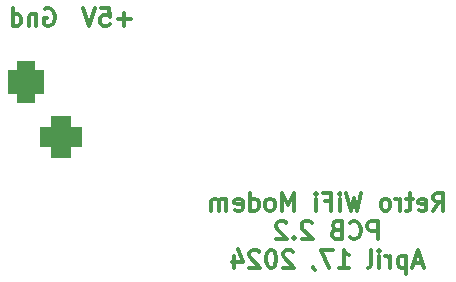
<source format=gbo>
G04 #@! TF.GenerationSoftware,KiCad,Pcbnew,6.0.8+dfsg-1~bpo11+1+rpt1*
G04 #@! TF.CreationDate,2024-04-17T15:14:35-06:00*
G04 #@! TF.ProjectId,RetroWiFiModem,52657472-6f57-4694-9669-4d6f64656d2e,0.3*
G04 #@! TF.SameCoordinates,Original*
G04 #@! TF.FileFunction,Legend,Bot*
G04 #@! TF.FilePolarity,Positive*
%FSLAX46Y46*%
G04 Gerber Fmt 4.6, Leading zero omitted, Abs format (unit mm)*
G04 Created by KiCad (PCBNEW 6.0.8+dfsg-1~bpo11+1+rpt1) date 2024-04-17 15:14:35*
%MOMM*%
%LPD*%
G01*
G04 APERTURE LIST*
G04 Aperture macros list*
%AMRoundRect*
0 Rectangle with rounded corners*
0 $1 Rounding radius*
0 $2 $3 $4 $5 $6 $7 $8 $9 X,Y pos of 4 corners*
0 Add a 4 corners polygon primitive as box body*
4,1,4,$2,$3,$4,$5,$6,$7,$8,$9,$2,$3,0*
0 Add four circle primitives for the rounded corners*
1,1,$1+$1,$2,$3*
1,1,$1+$1,$4,$5*
1,1,$1+$1,$6,$7*
1,1,$1+$1,$8,$9*
0 Add four rect primitives between the rounded corners*
20,1,$1+$1,$2,$3,$4,$5,0*
20,1,$1+$1,$4,$5,$6,$7,0*
20,1,$1+$1,$6,$7,$8,$9,0*
20,1,$1+$1,$8,$9,$2,$3,0*%
G04 Aperture macros list end*
%ADD10C,0.300000*%
%ADD11R,1.300000X1.300000*%
%ADD12C,1.300000*%
%ADD13R,2.000000X2.000000*%
%ADD14C,2.000000*%
%ADD15R,1.727200X1.727200*%
%ADD16O,1.727200X1.727200*%
%ADD17C,1.397000*%
%ADD18C,1.524000*%
%ADD19R,3.500000X3.500000*%
%ADD20RoundRect,0.750000X-0.750000X-1.000000X0.750000X-1.000000X0.750000X1.000000X-0.750000X1.000000X0*%
%ADD21RoundRect,0.875000X-0.875000X-0.875000X0.875000X-0.875000X0.875000X0.875000X-0.875000X0.875000X0*%
%ADD22C,1.800000*%
%ADD23R,2.400000X1.600000*%
%ADD24O,2.400000X1.600000*%
%ADD25R,1.600000X1.600000*%
%ADD26O,1.600000X1.600000*%
%ADD27R,1.700000X1.700000*%
%ADD28O,1.700000X1.700000*%
%ADD29C,3.200000*%
G04 APERTURE END LIST*
D10*
X115264285Y-116090000D02*
X115407142Y-116018571D01*
X115621428Y-116018571D01*
X115835714Y-116090000D01*
X115978571Y-116232857D01*
X116050000Y-116375714D01*
X116121428Y-116661428D01*
X116121428Y-116875714D01*
X116050000Y-117161428D01*
X115978571Y-117304285D01*
X115835714Y-117447142D01*
X115621428Y-117518571D01*
X115478571Y-117518571D01*
X115264285Y-117447142D01*
X115192857Y-117375714D01*
X115192857Y-116875714D01*
X115478571Y-116875714D01*
X114550000Y-116518571D02*
X114550000Y-117518571D01*
X114550000Y-116661428D02*
X114478571Y-116590000D01*
X114335714Y-116518571D01*
X114121428Y-116518571D01*
X113978571Y-116590000D01*
X113907142Y-116732857D01*
X113907142Y-117518571D01*
X112550000Y-117518571D02*
X112550000Y-116018571D01*
X112550000Y-117447142D02*
X112692857Y-117518571D01*
X112978571Y-117518571D01*
X113121428Y-117447142D01*
X113192857Y-117375714D01*
X113264285Y-117232857D01*
X113264285Y-116804285D01*
X113192857Y-116661428D01*
X113121428Y-116590000D01*
X112978571Y-116518571D01*
X112692857Y-116518571D01*
X112550000Y-116590000D01*
X148156285Y-133137571D02*
X148656285Y-132423285D01*
X149013428Y-133137571D02*
X149013428Y-131637571D01*
X148442000Y-131637571D01*
X148299142Y-131709000D01*
X148227714Y-131780428D01*
X148156285Y-131923285D01*
X148156285Y-132137571D01*
X148227714Y-132280428D01*
X148299142Y-132351857D01*
X148442000Y-132423285D01*
X149013428Y-132423285D01*
X146942000Y-133066142D02*
X147084857Y-133137571D01*
X147370571Y-133137571D01*
X147513428Y-133066142D01*
X147584857Y-132923285D01*
X147584857Y-132351857D01*
X147513428Y-132209000D01*
X147370571Y-132137571D01*
X147084857Y-132137571D01*
X146942000Y-132209000D01*
X146870571Y-132351857D01*
X146870571Y-132494714D01*
X147584857Y-132637571D01*
X146442000Y-132137571D02*
X145870571Y-132137571D01*
X146227714Y-131637571D02*
X146227714Y-132923285D01*
X146156285Y-133066142D01*
X146013428Y-133137571D01*
X145870571Y-133137571D01*
X145370571Y-133137571D02*
X145370571Y-132137571D01*
X145370571Y-132423285D02*
X145299142Y-132280428D01*
X145227714Y-132209000D01*
X145084857Y-132137571D01*
X144942000Y-132137571D01*
X144227714Y-133137571D02*
X144370571Y-133066142D01*
X144442000Y-132994714D01*
X144513428Y-132851857D01*
X144513428Y-132423285D01*
X144442000Y-132280428D01*
X144370571Y-132209000D01*
X144227714Y-132137571D01*
X144013428Y-132137571D01*
X143870571Y-132209000D01*
X143799142Y-132280428D01*
X143727714Y-132423285D01*
X143727714Y-132851857D01*
X143799142Y-132994714D01*
X143870571Y-133066142D01*
X144013428Y-133137571D01*
X144227714Y-133137571D01*
X142084857Y-131637571D02*
X141727714Y-133137571D01*
X141442000Y-132066142D01*
X141156285Y-133137571D01*
X140799142Y-131637571D01*
X140227714Y-133137571D02*
X140227714Y-132137571D01*
X140227714Y-131637571D02*
X140299142Y-131709000D01*
X140227714Y-131780428D01*
X140156285Y-131709000D01*
X140227714Y-131637571D01*
X140227714Y-131780428D01*
X139013428Y-132351857D02*
X139513428Y-132351857D01*
X139513428Y-133137571D02*
X139513428Y-131637571D01*
X138799142Y-131637571D01*
X138227714Y-133137571D02*
X138227714Y-132137571D01*
X138227714Y-131637571D02*
X138299142Y-131709000D01*
X138227714Y-131780428D01*
X138156285Y-131709000D01*
X138227714Y-131637571D01*
X138227714Y-131780428D01*
X136370571Y-133137571D02*
X136370571Y-131637571D01*
X135870571Y-132709000D01*
X135370571Y-131637571D01*
X135370571Y-133137571D01*
X134442000Y-133137571D02*
X134584857Y-133066142D01*
X134656285Y-132994714D01*
X134727714Y-132851857D01*
X134727714Y-132423285D01*
X134656285Y-132280428D01*
X134584857Y-132209000D01*
X134442000Y-132137571D01*
X134227714Y-132137571D01*
X134084857Y-132209000D01*
X134013428Y-132280428D01*
X133942000Y-132423285D01*
X133942000Y-132851857D01*
X134013428Y-132994714D01*
X134084857Y-133066142D01*
X134227714Y-133137571D01*
X134442000Y-133137571D01*
X132656285Y-133137571D02*
X132656285Y-131637571D01*
X132656285Y-133066142D02*
X132799142Y-133137571D01*
X133084857Y-133137571D01*
X133227714Y-133066142D01*
X133299142Y-132994714D01*
X133370571Y-132851857D01*
X133370571Y-132423285D01*
X133299142Y-132280428D01*
X133227714Y-132209000D01*
X133084857Y-132137571D01*
X132799142Y-132137571D01*
X132656285Y-132209000D01*
X131370571Y-133066142D02*
X131513428Y-133137571D01*
X131799142Y-133137571D01*
X131942000Y-133066142D01*
X132013428Y-132923285D01*
X132013428Y-132351857D01*
X131942000Y-132209000D01*
X131799142Y-132137571D01*
X131513428Y-132137571D01*
X131370571Y-132209000D01*
X131299142Y-132351857D01*
X131299142Y-132494714D01*
X132013428Y-132637571D01*
X130656285Y-133137571D02*
X130656285Y-132137571D01*
X130656285Y-132280428D02*
X130584857Y-132209000D01*
X130442000Y-132137571D01*
X130227714Y-132137571D01*
X130084857Y-132209000D01*
X130013428Y-132351857D01*
X130013428Y-133137571D01*
X130013428Y-132351857D02*
X129942000Y-132209000D01*
X129799142Y-132137571D01*
X129584857Y-132137571D01*
X129442000Y-132209000D01*
X129370571Y-132351857D01*
X129370571Y-133137571D01*
X143442000Y-135552571D02*
X143442000Y-134052571D01*
X142870571Y-134052571D01*
X142727714Y-134124000D01*
X142656285Y-134195428D01*
X142584857Y-134338285D01*
X142584857Y-134552571D01*
X142656285Y-134695428D01*
X142727714Y-134766857D01*
X142870571Y-134838285D01*
X143442000Y-134838285D01*
X141084857Y-135409714D02*
X141156285Y-135481142D01*
X141370571Y-135552571D01*
X141513428Y-135552571D01*
X141727714Y-135481142D01*
X141870571Y-135338285D01*
X141942000Y-135195428D01*
X142013428Y-134909714D01*
X142013428Y-134695428D01*
X141942000Y-134409714D01*
X141870571Y-134266857D01*
X141727714Y-134124000D01*
X141513428Y-134052571D01*
X141370571Y-134052571D01*
X141156285Y-134124000D01*
X141084857Y-134195428D01*
X139942000Y-134766857D02*
X139727714Y-134838285D01*
X139656285Y-134909714D01*
X139584857Y-135052571D01*
X139584857Y-135266857D01*
X139656285Y-135409714D01*
X139727714Y-135481142D01*
X139870571Y-135552571D01*
X140442000Y-135552571D01*
X140442000Y-134052571D01*
X139942000Y-134052571D01*
X139799142Y-134124000D01*
X139727714Y-134195428D01*
X139656285Y-134338285D01*
X139656285Y-134481142D01*
X139727714Y-134624000D01*
X139799142Y-134695428D01*
X139942000Y-134766857D01*
X140442000Y-134766857D01*
X137870571Y-134195428D02*
X137799142Y-134124000D01*
X137656285Y-134052571D01*
X137299142Y-134052571D01*
X137156285Y-134124000D01*
X137084857Y-134195428D01*
X137013428Y-134338285D01*
X137013428Y-134481142D01*
X137084857Y-134695428D01*
X137942000Y-135552571D01*
X137013428Y-135552571D01*
X136370571Y-135409714D02*
X136299142Y-135481142D01*
X136370571Y-135552571D01*
X136442000Y-135481142D01*
X136370571Y-135409714D01*
X136370571Y-135552571D01*
X135727714Y-134195428D02*
X135656285Y-134124000D01*
X135513428Y-134052571D01*
X135156285Y-134052571D01*
X135013428Y-134124000D01*
X134942000Y-134195428D01*
X134870571Y-134338285D01*
X134870571Y-134481142D01*
X134942000Y-134695428D01*
X135799142Y-135552571D01*
X134870571Y-135552571D01*
X147227714Y-137539000D02*
X146513428Y-137539000D01*
X147370571Y-137967571D02*
X146870571Y-136467571D01*
X146370571Y-137967571D01*
X145870571Y-136967571D02*
X145870571Y-138467571D01*
X145870571Y-137039000D02*
X145727714Y-136967571D01*
X145442000Y-136967571D01*
X145299142Y-137039000D01*
X145227714Y-137110428D01*
X145156285Y-137253285D01*
X145156285Y-137681857D01*
X145227714Y-137824714D01*
X145299142Y-137896142D01*
X145442000Y-137967571D01*
X145727714Y-137967571D01*
X145870571Y-137896142D01*
X144513428Y-137967571D02*
X144513428Y-136967571D01*
X144513428Y-137253285D02*
X144442000Y-137110428D01*
X144370571Y-137039000D01*
X144227714Y-136967571D01*
X144084857Y-136967571D01*
X143584857Y-137967571D02*
X143584857Y-136967571D01*
X143584857Y-136467571D02*
X143656285Y-136539000D01*
X143584857Y-136610428D01*
X143513428Y-136539000D01*
X143584857Y-136467571D01*
X143584857Y-136610428D01*
X142656285Y-137967571D02*
X142799142Y-137896142D01*
X142870571Y-137753285D01*
X142870571Y-136467571D01*
X140156285Y-137967571D02*
X141013428Y-137967571D01*
X140584857Y-137967571D02*
X140584857Y-136467571D01*
X140727714Y-136681857D01*
X140870571Y-136824714D01*
X141013428Y-136896142D01*
X139656285Y-136467571D02*
X138656285Y-136467571D01*
X139299142Y-137967571D01*
X138013428Y-137896142D02*
X138013428Y-137967571D01*
X138084857Y-138110428D01*
X138156285Y-138181857D01*
X136299142Y-136610428D02*
X136227714Y-136539000D01*
X136084857Y-136467571D01*
X135727714Y-136467571D01*
X135584857Y-136539000D01*
X135513428Y-136610428D01*
X135442000Y-136753285D01*
X135442000Y-136896142D01*
X135513428Y-137110428D01*
X136370571Y-137967571D01*
X135442000Y-137967571D01*
X134513428Y-136467571D02*
X134370571Y-136467571D01*
X134227714Y-136539000D01*
X134156285Y-136610428D01*
X134084857Y-136753285D01*
X134013428Y-137039000D01*
X134013428Y-137396142D01*
X134084857Y-137681857D01*
X134156285Y-137824714D01*
X134227714Y-137896142D01*
X134370571Y-137967571D01*
X134513428Y-137967571D01*
X134656285Y-137896142D01*
X134727714Y-137824714D01*
X134799142Y-137681857D01*
X134870571Y-137396142D01*
X134870571Y-137039000D01*
X134799142Y-136753285D01*
X134727714Y-136610428D01*
X134656285Y-136539000D01*
X134513428Y-136467571D01*
X133442000Y-136610428D02*
X133370571Y-136539000D01*
X133227714Y-136467571D01*
X132870571Y-136467571D01*
X132727714Y-136539000D01*
X132656285Y-136610428D01*
X132584857Y-136753285D01*
X132584857Y-136896142D01*
X132656285Y-137110428D01*
X133513428Y-137967571D01*
X132584857Y-137967571D01*
X131299142Y-136967571D02*
X131299142Y-137967571D01*
X131656285Y-136396142D02*
X132013428Y-137467571D01*
X131084857Y-137467571D01*
X122578571Y-116947142D02*
X121435714Y-116947142D01*
X122007142Y-117518571D02*
X122007142Y-116375714D01*
X120007142Y-116018571D02*
X120721428Y-116018571D01*
X120792857Y-116732857D01*
X120721428Y-116661428D01*
X120578571Y-116590000D01*
X120221428Y-116590000D01*
X120078571Y-116661428D01*
X120007142Y-116732857D01*
X119935714Y-116875714D01*
X119935714Y-117232857D01*
X120007142Y-117375714D01*
X120078571Y-117447142D01*
X120221428Y-117518571D01*
X120578571Y-117518571D01*
X120721428Y-117447142D01*
X120792857Y-117375714D01*
X119507142Y-116018571D02*
X119007142Y-117518571D01*
X118507142Y-116018571D01*
%LPC*%
D11*
X127508000Y-80899000D03*
D12*
X127508000Y-83399000D03*
D11*
X131064000Y-84709000D03*
D12*
X131064000Y-82209000D03*
D11*
X143510000Y-78105000D03*
D12*
X146010000Y-78105000D03*
D11*
X149860000Y-83439000D03*
D12*
X149860000Y-80939000D03*
D11*
X180340000Y-123825000D03*
D12*
X177840000Y-123825000D03*
D11*
X156972000Y-97409000D03*
D12*
X159472000Y-97409000D03*
D13*
X205740000Y-130744000D03*
D14*
X205740000Y-133284000D03*
D13*
X205740000Y-124140000D03*
D14*
X205740000Y-126680000D03*
D13*
X205740000Y-117536000D03*
D14*
X205740000Y-120076000D03*
D13*
X205740000Y-110932000D03*
D14*
X205740000Y-113472000D03*
D13*
X205740000Y-104328000D03*
D14*
X205740000Y-106868000D03*
D13*
X205740000Y-97724000D03*
D14*
X205740000Y-100264000D03*
D13*
X205740000Y-91120000D03*
D14*
X205740000Y-93660000D03*
D13*
X205740000Y-84516000D03*
D14*
X205740000Y-87056000D03*
D15*
X128905000Y-101965000D03*
D16*
X126365000Y-101965000D03*
X128905000Y-99425000D03*
X126365000Y-99425000D03*
X128905000Y-96885000D03*
X126365000Y-96885000D03*
X128905000Y-94345000D03*
X126365000Y-94345000D03*
X128905000Y-91805000D03*
X126365000Y-91805000D03*
D17*
X153035000Y-77978000D03*
X153035000Y-85598000D03*
D11*
X186055000Y-111760000D03*
D12*
X186055000Y-114260000D03*
D18*
X156972000Y-92329000D03*
X159512000Y-92329000D03*
X162052000Y-92329000D03*
D19*
X119665000Y-122232500D03*
D20*
X113665000Y-122232500D03*
D21*
X116665000Y-126932500D03*
D22*
X142240000Y-125730000D03*
X144780000Y-125730000D03*
X147320000Y-125730000D03*
X149860000Y-125730000D03*
X152400000Y-125730000D03*
X154940000Y-125730000D03*
X157480000Y-125730000D03*
X160020000Y-125730000D03*
X160020000Y-102870000D03*
X157480000Y-102870000D03*
X154940000Y-102870000D03*
X152400000Y-102870000D03*
X149860000Y-102870000D03*
X147320000Y-102870000D03*
X144780000Y-102870000D03*
X142240000Y-102870000D03*
D23*
X193103500Y-108585000D03*
D24*
X193103500Y-111125000D03*
X193103500Y-113665000D03*
X193103500Y-116205000D03*
X193103500Y-118745000D03*
X193103500Y-121285000D03*
X193103500Y-123825000D03*
X193103500Y-126365000D03*
X200723500Y-126365000D03*
X200723500Y-123825000D03*
X200723500Y-121285000D03*
X200723500Y-118745000D03*
X200723500Y-116205000D03*
X200723500Y-113665000D03*
X200723500Y-111125000D03*
X200723500Y-108585000D03*
D18*
X170180000Y-90805000D03*
X170180000Y-93345000D03*
X170180000Y-95885000D03*
X170180000Y-98425000D03*
X170180000Y-100965000D03*
X170180000Y-103505000D03*
X170180000Y-106045000D03*
X170180000Y-108585000D03*
X188214000Y-108585000D03*
X188214000Y-106045000D03*
X188214000Y-103505000D03*
X188214000Y-100965000D03*
X188214000Y-98425000D03*
X188214000Y-95885000D03*
X188214000Y-93345000D03*
X188214000Y-90805000D03*
D25*
X184785000Y-87630000D03*
D26*
X177165000Y-87630000D03*
D27*
X175895000Y-83185000D03*
D28*
X173355000Y-83185000D03*
D17*
X164465000Y-89916000D03*
X164465000Y-97536000D03*
X171450000Y-120015000D03*
X171450000Y-112395000D03*
D29*
X159450000Y-85770000D03*
X189450000Y-85770000D03*
X119450000Y-132020000D03*
X159450000Y-132020000D03*
X119450000Y-85770000D03*
X189450000Y-132020000D03*
M02*

</source>
